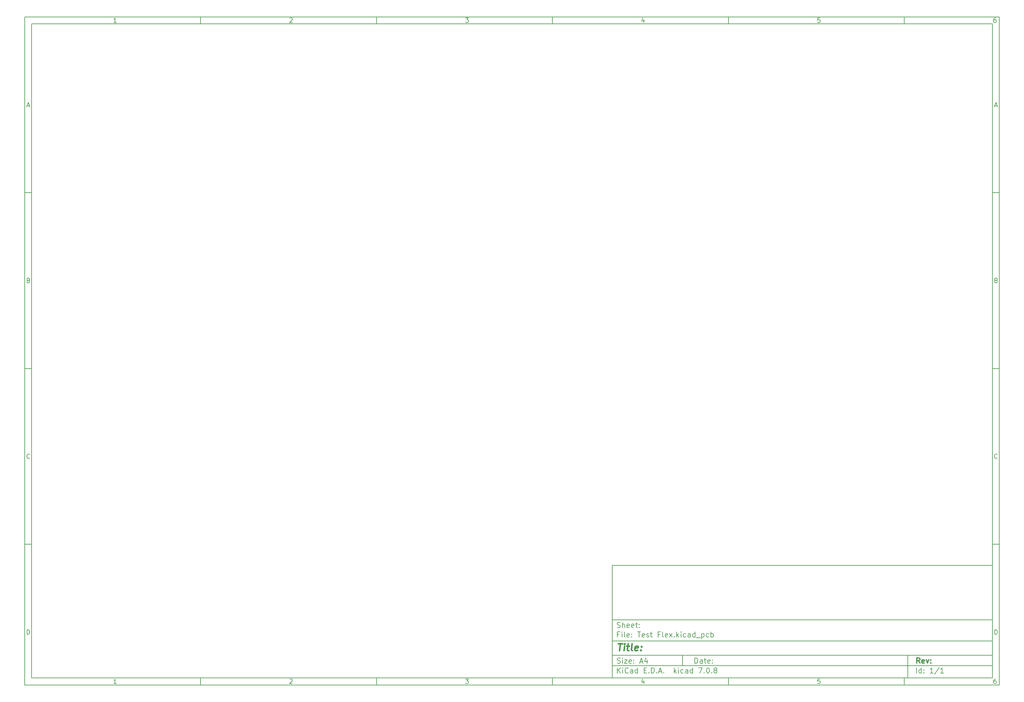
<source format=gbr>
%TF.GenerationSoftware,KiCad,Pcbnew,7.0.8*%
%TF.CreationDate,2023-11-08T15:44:53-05:00*%
%TF.ProjectId,Test Flex,54657374-2046-46c6-9578-2e6b69636164,rev?*%
%TF.SameCoordinates,Original*%
%TF.FileFunction,Paste,Bot*%
%TF.FilePolarity,Positive*%
%FSLAX46Y46*%
G04 Gerber Fmt 4.6, Leading zero omitted, Abs format (unit mm)*
G04 Created by KiCad (PCBNEW 7.0.8) date 2023-11-08 15:44:53*
%MOMM*%
%LPD*%
G01*
G04 APERTURE LIST*
%ADD10C,0.100000*%
%ADD11C,0.150000*%
%ADD12C,0.300000*%
%ADD13C,0.400000*%
G04 APERTURE END LIST*
D10*
D11*
X177002200Y-166007200D02*
X285002200Y-166007200D01*
X285002200Y-198007200D01*
X177002200Y-198007200D01*
X177002200Y-166007200D01*
D10*
D11*
X10000000Y-10000000D02*
X287002200Y-10000000D01*
X287002200Y-200007200D01*
X10000000Y-200007200D01*
X10000000Y-10000000D01*
D10*
D11*
X12000000Y-12000000D02*
X285002200Y-12000000D01*
X285002200Y-198007200D01*
X12000000Y-198007200D01*
X12000000Y-12000000D01*
D10*
D11*
X60000000Y-12000000D02*
X60000000Y-10000000D01*
D10*
D11*
X110000000Y-12000000D02*
X110000000Y-10000000D01*
D10*
D11*
X160000000Y-12000000D02*
X160000000Y-10000000D01*
D10*
D11*
X210000000Y-12000000D02*
X210000000Y-10000000D01*
D10*
D11*
X260000000Y-12000000D02*
X260000000Y-10000000D01*
D10*
D11*
X36089160Y-11593604D02*
X35346303Y-11593604D01*
X35717731Y-11593604D02*
X35717731Y-10293604D01*
X35717731Y-10293604D02*
X35593922Y-10479319D01*
X35593922Y-10479319D02*
X35470112Y-10603128D01*
X35470112Y-10603128D02*
X35346303Y-10665033D01*
D10*
D11*
X85346303Y-10417414D02*
X85408207Y-10355509D01*
X85408207Y-10355509D02*
X85532017Y-10293604D01*
X85532017Y-10293604D02*
X85841541Y-10293604D01*
X85841541Y-10293604D02*
X85965350Y-10355509D01*
X85965350Y-10355509D02*
X86027255Y-10417414D01*
X86027255Y-10417414D02*
X86089160Y-10541223D01*
X86089160Y-10541223D02*
X86089160Y-10665033D01*
X86089160Y-10665033D02*
X86027255Y-10850747D01*
X86027255Y-10850747D02*
X85284398Y-11593604D01*
X85284398Y-11593604D02*
X86089160Y-11593604D01*
D10*
D11*
X135284398Y-10293604D02*
X136089160Y-10293604D01*
X136089160Y-10293604D02*
X135655826Y-10788842D01*
X135655826Y-10788842D02*
X135841541Y-10788842D01*
X135841541Y-10788842D02*
X135965350Y-10850747D01*
X135965350Y-10850747D02*
X136027255Y-10912652D01*
X136027255Y-10912652D02*
X136089160Y-11036461D01*
X136089160Y-11036461D02*
X136089160Y-11345985D01*
X136089160Y-11345985D02*
X136027255Y-11469795D01*
X136027255Y-11469795D02*
X135965350Y-11531700D01*
X135965350Y-11531700D02*
X135841541Y-11593604D01*
X135841541Y-11593604D02*
X135470112Y-11593604D01*
X135470112Y-11593604D02*
X135346303Y-11531700D01*
X135346303Y-11531700D02*
X135284398Y-11469795D01*
D10*
D11*
X185965350Y-10726938D02*
X185965350Y-11593604D01*
X185655826Y-10231700D02*
X185346303Y-11160271D01*
X185346303Y-11160271D02*
X186151064Y-11160271D01*
D10*
D11*
X236027255Y-10293604D02*
X235408207Y-10293604D01*
X235408207Y-10293604D02*
X235346303Y-10912652D01*
X235346303Y-10912652D02*
X235408207Y-10850747D01*
X235408207Y-10850747D02*
X235532017Y-10788842D01*
X235532017Y-10788842D02*
X235841541Y-10788842D01*
X235841541Y-10788842D02*
X235965350Y-10850747D01*
X235965350Y-10850747D02*
X236027255Y-10912652D01*
X236027255Y-10912652D02*
X236089160Y-11036461D01*
X236089160Y-11036461D02*
X236089160Y-11345985D01*
X236089160Y-11345985D02*
X236027255Y-11469795D01*
X236027255Y-11469795D02*
X235965350Y-11531700D01*
X235965350Y-11531700D02*
X235841541Y-11593604D01*
X235841541Y-11593604D02*
X235532017Y-11593604D01*
X235532017Y-11593604D02*
X235408207Y-11531700D01*
X235408207Y-11531700D02*
X235346303Y-11469795D01*
D10*
D11*
X285965350Y-10293604D02*
X285717731Y-10293604D01*
X285717731Y-10293604D02*
X285593922Y-10355509D01*
X285593922Y-10355509D02*
X285532017Y-10417414D01*
X285532017Y-10417414D02*
X285408207Y-10603128D01*
X285408207Y-10603128D02*
X285346303Y-10850747D01*
X285346303Y-10850747D02*
X285346303Y-11345985D01*
X285346303Y-11345985D02*
X285408207Y-11469795D01*
X285408207Y-11469795D02*
X285470112Y-11531700D01*
X285470112Y-11531700D02*
X285593922Y-11593604D01*
X285593922Y-11593604D02*
X285841541Y-11593604D01*
X285841541Y-11593604D02*
X285965350Y-11531700D01*
X285965350Y-11531700D02*
X286027255Y-11469795D01*
X286027255Y-11469795D02*
X286089160Y-11345985D01*
X286089160Y-11345985D02*
X286089160Y-11036461D01*
X286089160Y-11036461D02*
X286027255Y-10912652D01*
X286027255Y-10912652D02*
X285965350Y-10850747D01*
X285965350Y-10850747D02*
X285841541Y-10788842D01*
X285841541Y-10788842D02*
X285593922Y-10788842D01*
X285593922Y-10788842D02*
X285470112Y-10850747D01*
X285470112Y-10850747D02*
X285408207Y-10912652D01*
X285408207Y-10912652D02*
X285346303Y-11036461D01*
D10*
D11*
X60000000Y-198007200D02*
X60000000Y-200007200D01*
D10*
D11*
X110000000Y-198007200D02*
X110000000Y-200007200D01*
D10*
D11*
X160000000Y-198007200D02*
X160000000Y-200007200D01*
D10*
D11*
X210000000Y-198007200D02*
X210000000Y-200007200D01*
D10*
D11*
X260000000Y-198007200D02*
X260000000Y-200007200D01*
D10*
D11*
X36089160Y-199600804D02*
X35346303Y-199600804D01*
X35717731Y-199600804D02*
X35717731Y-198300804D01*
X35717731Y-198300804D02*
X35593922Y-198486519D01*
X35593922Y-198486519D02*
X35470112Y-198610328D01*
X35470112Y-198610328D02*
X35346303Y-198672233D01*
D10*
D11*
X85346303Y-198424614D02*
X85408207Y-198362709D01*
X85408207Y-198362709D02*
X85532017Y-198300804D01*
X85532017Y-198300804D02*
X85841541Y-198300804D01*
X85841541Y-198300804D02*
X85965350Y-198362709D01*
X85965350Y-198362709D02*
X86027255Y-198424614D01*
X86027255Y-198424614D02*
X86089160Y-198548423D01*
X86089160Y-198548423D02*
X86089160Y-198672233D01*
X86089160Y-198672233D02*
X86027255Y-198857947D01*
X86027255Y-198857947D02*
X85284398Y-199600804D01*
X85284398Y-199600804D02*
X86089160Y-199600804D01*
D10*
D11*
X135284398Y-198300804D02*
X136089160Y-198300804D01*
X136089160Y-198300804D02*
X135655826Y-198796042D01*
X135655826Y-198796042D02*
X135841541Y-198796042D01*
X135841541Y-198796042D02*
X135965350Y-198857947D01*
X135965350Y-198857947D02*
X136027255Y-198919852D01*
X136027255Y-198919852D02*
X136089160Y-199043661D01*
X136089160Y-199043661D02*
X136089160Y-199353185D01*
X136089160Y-199353185D02*
X136027255Y-199476995D01*
X136027255Y-199476995D02*
X135965350Y-199538900D01*
X135965350Y-199538900D02*
X135841541Y-199600804D01*
X135841541Y-199600804D02*
X135470112Y-199600804D01*
X135470112Y-199600804D02*
X135346303Y-199538900D01*
X135346303Y-199538900D02*
X135284398Y-199476995D01*
D10*
D11*
X185965350Y-198734138D02*
X185965350Y-199600804D01*
X185655826Y-198238900D02*
X185346303Y-199167471D01*
X185346303Y-199167471D02*
X186151064Y-199167471D01*
D10*
D11*
X236027255Y-198300804D02*
X235408207Y-198300804D01*
X235408207Y-198300804D02*
X235346303Y-198919852D01*
X235346303Y-198919852D02*
X235408207Y-198857947D01*
X235408207Y-198857947D02*
X235532017Y-198796042D01*
X235532017Y-198796042D02*
X235841541Y-198796042D01*
X235841541Y-198796042D02*
X235965350Y-198857947D01*
X235965350Y-198857947D02*
X236027255Y-198919852D01*
X236027255Y-198919852D02*
X236089160Y-199043661D01*
X236089160Y-199043661D02*
X236089160Y-199353185D01*
X236089160Y-199353185D02*
X236027255Y-199476995D01*
X236027255Y-199476995D02*
X235965350Y-199538900D01*
X235965350Y-199538900D02*
X235841541Y-199600804D01*
X235841541Y-199600804D02*
X235532017Y-199600804D01*
X235532017Y-199600804D02*
X235408207Y-199538900D01*
X235408207Y-199538900D02*
X235346303Y-199476995D01*
D10*
D11*
X285965350Y-198300804D02*
X285717731Y-198300804D01*
X285717731Y-198300804D02*
X285593922Y-198362709D01*
X285593922Y-198362709D02*
X285532017Y-198424614D01*
X285532017Y-198424614D02*
X285408207Y-198610328D01*
X285408207Y-198610328D02*
X285346303Y-198857947D01*
X285346303Y-198857947D02*
X285346303Y-199353185D01*
X285346303Y-199353185D02*
X285408207Y-199476995D01*
X285408207Y-199476995D02*
X285470112Y-199538900D01*
X285470112Y-199538900D02*
X285593922Y-199600804D01*
X285593922Y-199600804D02*
X285841541Y-199600804D01*
X285841541Y-199600804D02*
X285965350Y-199538900D01*
X285965350Y-199538900D02*
X286027255Y-199476995D01*
X286027255Y-199476995D02*
X286089160Y-199353185D01*
X286089160Y-199353185D02*
X286089160Y-199043661D01*
X286089160Y-199043661D02*
X286027255Y-198919852D01*
X286027255Y-198919852D02*
X285965350Y-198857947D01*
X285965350Y-198857947D02*
X285841541Y-198796042D01*
X285841541Y-198796042D02*
X285593922Y-198796042D01*
X285593922Y-198796042D02*
X285470112Y-198857947D01*
X285470112Y-198857947D02*
X285408207Y-198919852D01*
X285408207Y-198919852D02*
X285346303Y-199043661D01*
D10*
D11*
X10000000Y-60000000D02*
X12000000Y-60000000D01*
D10*
D11*
X10000000Y-110000000D02*
X12000000Y-110000000D01*
D10*
D11*
X10000000Y-160000000D02*
X12000000Y-160000000D01*
D10*
D11*
X10690476Y-35222176D02*
X11309523Y-35222176D01*
X10566666Y-35593604D02*
X10999999Y-34293604D01*
X10999999Y-34293604D02*
X11433333Y-35593604D01*
D10*
D11*
X11092857Y-84912652D02*
X11278571Y-84974557D01*
X11278571Y-84974557D02*
X11340476Y-85036461D01*
X11340476Y-85036461D02*
X11402380Y-85160271D01*
X11402380Y-85160271D02*
X11402380Y-85345985D01*
X11402380Y-85345985D02*
X11340476Y-85469795D01*
X11340476Y-85469795D02*
X11278571Y-85531700D01*
X11278571Y-85531700D02*
X11154761Y-85593604D01*
X11154761Y-85593604D02*
X10659523Y-85593604D01*
X10659523Y-85593604D02*
X10659523Y-84293604D01*
X10659523Y-84293604D02*
X11092857Y-84293604D01*
X11092857Y-84293604D02*
X11216666Y-84355509D01*
X11216666Y-84355509D02*
X11278571Y-84417414D01*
X11278571Y-84417414D02*
X11340476Y-84541223D01*
X11340476Y-84541223D02*
X11340476Y-84665033D01*
X11340476Y-84665033D02*
X11278571Y-84788842D01*
X11278571Y-84788842D02*
X11216666Y-84850747D01*
X11216666Y-84850747D02*
X11092857Y-84912652D01*
X11092857Y-84912652D02*
X10659523Y-84912652D01*
D10*
D11*
X11402380Y-135469795D02*
X11340476Y-135531700D01*
X11340476Y-135531700D02*
X11154761Y-135593604D01*
X11154761Y-135593604D02*
X11030952Y-135593604D01*
X11030952Y-135593604D02*
X10845238Y-135531700D01*
X10845238Y-135531700D02*
X10721428Y-135407890D01*
X10721428Y-135407890D02*
X10659523Y-135284080D01*
X10659523Y-135284080D02*
X10597619Y-135036461D01*
X10597619Y-135036461D02*
X10597619Y-134850747D01*
X10597619Y-134850747D02*
X10659523Y-134603128D01*
X10659523Y-134603128D02*
X10721428Y-134479319D01*
X10721428Y-134479319D02*
X10845238Y-134355509D01*
X10845238Y-134355509D02*
X11030952Y-134293604D01*
X11030952Y-134293604D02*
X11154761Y-134293604D01*
X11154761Y-134293604D02*
X11340476Y-134355509D01*
X11340476Y-134355509D02*
X11402380Y-134417414D01*
D10*
D11*
X10659523Y-185593604D02*
X10659523Y-184293604D01*
X10659523Y-184293604D02*
X10969047Y-184293604D01*
X10969047Y-184293604D02*
X11154761Y-184355509D01*
X11154761Y-184355509D02*
X11278571Y-184479319D01*
X11278571Y-184479319D02*
X11340476Y-184603128D01*
X11340476Y-184603128D02*
X11402380Y-184850747D01*
X11402380Y-184850747D02*
X11402380Y-185036461D01*
X11402380Y-185036461D02*
X11340476Y-185284080D01*
X11340476Y-185284080D02*
X11278571Y-185407890D01*
X11278571Y-185407890D02*
X11154761Y-185531700D01*
X11154761Y-185531700D02*
X10969047Y-185593604D01*
X10969047Y-185593604D02*
X10659523Y-185593604D01*
D10*
D11*
X287002200Y-60000000D02*
X285002200Y-60000000D01*
D10*
D11*
X287002200Y-110000000D02*
X285002200Y-110000000D01*
D10*
D11*
X287002200Y-160000000D02*
X285002200Y-160000000D01*
D10*
D11*
X285692676Y-35222176D02*
X286311723Y-35222176D01*
X285568866Y-35593604D02*
X286002199Y-34293604D01*
X286002199Y-34293604D02*
X286435533Y-35593604D01*
D10*
D11*
X286095057Y-84912652D02*
X286280771Y-84974557D01*
X286280771Y-84974557D02*
X286342676Y-85036461D01*
X286342676Y-85036461D02*
X286404580Y-85160271D01*
X286404580Y-85160271D02*
X286404580Y-85345985D01*
X286404580Y-85345985D02*
X286342676Y-85469795D01*
X286342676Y-85469795D02*
X286280771Y-85531700D01*
X286280771Y-85531700D02*
X286156961Y-85593604D01*
X286156961Y-85593604D02*
X285661723Y-85593604D01*
X285661723Y-85593604D02*
X285661723Y-84293604D01*
X285661723Y-84293604D02*
X286095057Y-84293604D01*
X286095057Y-84293604D02*
X286218866Y-84355509D01*
X286218866Y-84355509D02*
X286280771Y-84417414D01*
X286280771Y-84417414D02*
X286342676Y-84541223D01*
X286342676Y-84541223D02*
X286342676Y-84665033D01*
X286342676Y-84665033D02*
X286280771Y-84788842D01*
X286280771Y-84788842D02*
X286218866Y-84850747D01*
X286218866Y-84850747D02*
X286095057Y-84912652D01*
X286095057Y-84912652D02*
X285661723Y-84912652D01*
D10*
D11*
X286404580Y-135469795D02*
X286342676Y-135531700D01*
X286342676Y-135531700D02*
X286156961Y-135593604D01*
X286156961Y-135593604D02*
X286033152Y-135593604D01*
X286033152Y-135593604D02*
X285847438Y-135531700D01*
X285847438Y-135531700D02*
X285723628Y-135407890D01*
X285723628Y-135407890D02*
X285661723Y-135284080D01*
X285661723Y-135284080D02*
X285599819Y-135036461D01*
X285599819Y-135036461D02*
X285599819Y-134850747D01*
X285599819Y-134850747D02*
X285661723Y-134603128D01*
X285661723Y-134603128D02*
X285723628Y-134479319D01*
X285723628Y-134479319D02*
X285847438Y-134355509D01*
X285847438Y-134355509D02*
X286033152Y-134293604D01*
X286033152Y-134293604D02*
X286156961Y-134293604D01*
X286156961Y-134293604D02*
X286342676Y-134355509D01*
X286342676Y-134355509D02*
X286404580Y-134417414D01*
D10*
D11*
X285661723Y-185593604D02*
X285661723Y-184293604D01*
X285661723Y-184293604D02*
X285971247Y-184293604D01*
X285971247Y-184293604D02*
X286156961Y-184355509D01*
X286156961Y-184355509D02*
X286280771Y-184479319D01*
X286280771Y-184479319D02*
X286342676Y-184603128D01*
X286342676Y-184603128D02*
X286404580Y-184850747D01*
X286404580Y-184850747D02*
X286404580Y-185036461D01*
X286404580Y-185036461D02*
X286342676Y-185284080D01*
X286342676Y-185284080D02*
X286280771Y-185407890D01*
X286280771Y-185407890D02*
X286156961Y-185531700D01*
X286156961Y-185531700D02*
X285971247Y-185593604D01*
X285971247Y-185593604D02*
X285661723Y-185593604D01*
D10*
D11*
X200458026Y-193793328D02*
X200458026Y-192293328D01*
X200458026Y-192293328D02*
X200815169Y-192293328D01*
X200815169Y-192293328D02*
X201029455Y-192364757D01*
X201029455Y-192364757D02*
X201172312Y-192507614D01*
X201172312Y-192507614D02*
X201243741Y-192650471D01*
X201243741Y-192650471D02*
X201315169Y-192936185D01*
X201315169Y-192936185D02*
X201315169Y-193150471D01*
X201315169Y-193150471D02*
X201243741Y-193436185D01*
X201243741Y-193436185D02*
X201172312Y-193579042D01*
X201172312Y-193579042D02*
X201029455Y-193721900D01*
X201029455Y-193721900D02*
X200815169Y-193793328D01*
X200815169Y-193793328D02*
X200458026Y-193793328D01*
X202600884Y-193793328D02*
X202600884Y-193007614D01*
X202600884Y-193007614D02*
X202529455Y-192864757D01*
X202529455Y-192864757D02*
X202386598Y-192793328D01*
X202386598Y-192793328D02*
X202100884Y-192793328D01*
X202100884Y-192793328D02*
X201958026Y-192864757D01*
X202600884Y-193721900D02*
X202458026Y-193793328D01*
X202458026Y-193793328D02*
X202100884Y-193793328D01*
X202100884Y-193793328D02*
X201958026Y-193721900D01*
X201958026Y-193721900D02*
X201886598Y-193579042D01*
X201886598Y-193579042D02*
X201886598Y-193436185D01*
X201886598Y-193436185D02*
X201958026Y-193293328D01*
X201958026Y-193293328D02*
X202100884Y-193221900D01*
X202100884Y-193221900D02*
X202458026Y-193221900D01*
X202458026Y-193221900D02*
X202600884Y-193150471D01*
X203100884Y-192793328D02*
X203672312Y-192793328D01*
X203315169Y-192293328D02*
X203315169Y-193579042D01*
X203315169Y-193579042D02*
X203386598Y-193721900D01*
X203386598Y-193721900D02*
X203529455Y-193793328D01*
X203529455Y-193793328D02*
X203672312Y-193793328D01*
X204743741Y-193721900D02*
X204600884Y-193793328D01*
X204600884Y-193793328D02*
X204315170Y-193793328D01*
X204315170Y-193793328D02*
X204172312Y-193721900D01*
X204172312Y-193721900D02*
X204100884Y-193579042D01*
X204100884Y-193579042D02*
X204100884Y-193007614D01*
X204100884Y-193007614D02*
X204172312Y-192864757D01*
X204172312Y-192864757D02*
X204315170Y-192793328D01*
X204315170Y-192793328D02*
X204600884Y-192793328D01*
X204600884Y-192793328D02*
X204743741Y-192864757D01*
X204743741Y-192864757D02*
X204815170Y-193007614D01*
X204815170Y-193007614D02*
X204815170Y-193150471D01*
X204815170Y-193150471D02*
X204100884Y-193293328D01*
X205458026Y-193650471D02*
X205529455Y-193721900D01*
X205529455Y-193721900D02*
X205458026Y-193793328D01*
X205458026Y-193793328D02*
X205386598Y-193721900D01*
X205386598Y-193721900D02*
X205458026Y-193650471D01*
X205458026Y-193650471D02*
X205458026Y-193793328D01*
X205458026Y-192864757D02*
X205529455Y-192936185D01*
X205529455Y-192936185D02*
X205458026Y-193007614D01*
X205458026Y-193007614D02*
X205386598Y-192936185D01*
X205386598Y-192936185D02*
X205458026Y-192864757D01*
X205458026Y-192864757D02*
X205458026Y-193007614D01*
D10*
D11*
X177002200Y-194507200D02*
X285002200Y-194507200D01*
D10*
D11*
X178458026Y-196593328D02*
X178458026Y-195093328D01*
X179315169Y-196593328D02*
X178672312Y-195736185D01*
X179315169Y-195093328D02*
X178458026Y-195950471D01*
X179958026Y-196593328D02*
X179958026Y-195593328D01*
X179958026Y-195093328D02*
X179886598Y-195164757D01*
X179886598Y-195164757D02*
X179958026Y-195236185D01*
X179958026Y-195236185D02*
X180029455Y-195164757D01*
X180029455Y-195164757D02*
X179958026Y-195093328D01*
X179958026Y-195093328D02*
X179958026Y-195236185D01*
X181529455Y-196450471D02*
X181458027Y-196521900D01*
X181458027Y-196521900D02*
X181243741Y-196593328D01*
X181243741Y-196593328D02*
X181100884Y-196593328D01*
X181100884Y-196593328D02*
X180886598Y-196521900D01*
X180886598Y-196521900D02*
X180743741Y-196379042D01*
X180743741Y-196379042D02*
X180672312Y-196236185D01*
X180672312Y-196236185D02*
X180600884Y-195950471D01*
X180600884Y-195950471D02*
X180600884Y-195736185D01*
X180600884Y-195736185D02*
X180672312Y-195450471D01*
X180672312Y-195450471D02*
X180743741Y-195307614D01*
X180743741Y-195307614D02*
X180886598Y-195164757D01*
X180886598Y-195164757D02*
X181100884Y-195093328D01*
X181100884Y-195093328D02*
X181243741Y-195093328D01*
X181243741Y-195093328D02*
X181458027Y-195164757D01*
X181458027Y-195164757D02*
X181529455Y-195236185D01*
X182815170Y-196593328D02*
X182815170Y-195807614D01*
X182815170Y-195807614D02*
X182743741Y-195664757D01*
X182743741Y-195664757D02*
X182600884Y-195593328D01*
X182600884Y-195593328D02*
X182315170Y-195593328D01*
X182315170Y-195593328D02*
X182172312Y-195664757D01*
X182815170Y-196521900D02*
X182672312Y-196593328D01*
X182672312Y-196593328D02*
X182315170Y-196593328D01*
X182315170Y-196593328D02*
X182172312Y-196521900D01*
X182172312Y-196521900D02*
X182100884Y-196379042D01*
X182100884Y-196379042D02*
X182100884Y-196236185D01*
X182100884Y-196236185D02*
X182172312Y-196093328D01*
X182172312Y-196093328D02*
X182315170Y-196021900D01*
X182315170Y-196021900D02*
X182672312Y-196021900D01*
X182672312Y-196021900D02*
X182815170Y-195950471D01*
X184172313Y-196593328D02*
X184172313Y-195093328D01*
X184172313Y-196521900D02*
X184029455Y-196593328D01*
X184029455Y-196593328D02*
X183743741Y-196593328D01*
X183743741Y-196593328D02*
X183600884Y-196521900D01*
X183600884Y-196521900D02*
X183529455Y-196450471D01*
X183529455Y-196450471D02*
X183458027Y-196307614D01*
X183458027Y-196307614D02*
X183458027Y-195879042D01*
X183458027Y-195879042D02*
X183529455Y-195736185D01*
X183529455Y-195736185D02*
X183600884Y-195664757D01*
X183600884Y-195664757D02*
X183743741Y-195593328D01*
X183743741Y-195593328D02*
X184029455Y-195593328D01*
X184029455Y-195593328D02*
X184172313Y-195664757D01*
X186029455Y-195807614D02*
X186529455Y-195807614D01*
X186743741Y-196593328D02*
X186029455Y-196593328D01*
X186029455Y-196593328D02*
X186029455Y-195093328D01*
X186029455Y-195093328D02*
X186743741Y-195093328D01*
X187386598Y-196450471D02*
X187458027Y-196521900D01*
X187458027Y-196521900D02*
X187386598Y-196593328D01*
X187386598Y-196593328D02*
X187315170Y-196521900D01*
X187315170Y-196521900D02*
X187386598Y-196450471D01*
X187386598Y-196450471D02*
X187386598Y-196593328D01*
X188100884Y-196593328D02*
X188100884Y-195093328D01*
X188100884Y-195093328D02*
X188458027Y-195093328D01*
X188458027Y-195093328D02*
X188672313Y-195164757D01*
X188672313Y-195164757D02*
X188815170Y-195307614D01*
X188815170Y-195307614D02*
X188886599Y-195450471D01*
X188886599Y-195450471D02*
X188958027Y-195736185D01*
X188958027Y-195736185D02*
X188958027Y-195950471D01*
X188958027Y-195950471D02*
X188886599Y-196236185D01*
X188886599Y-196236185D02*
X188815170Y-196379042D01*
X188815170Y-196379042D02*
X188672313Y-196521900D01*
X188672313Y-196521900D02*
X188458027Y-196593328D01*
X188458027Y-196593328D02*
X188100884Y-196593328D01*
X189600884Y-196450471D02*
X189672313Y-196521900D01*
X189672313Y-196521900D02*
X189600884Y-196593328D01*
X189600884Y-196593328D02*
X189529456Y-196521900D01*
X189529456Y-196521900D02*
X189600884Y-196450471D01*
X189600884Y-196450471D02*
X189600884Y-196593328D01*
X190243742Y-196164757D02*
X190958028Y-196164757D01*
X190100885Y-196593328D02*
X190600885Y-195093328D01*
X190600885Y-195093328D02*
X191100885Y-196593328D01*
X191600884Y-196450471D02*
X191672313Y-196521900D01*
X191672313Y-196521900D02*
X191600884Y-196593328D01*
X191600884Y-196593328D02*
X191529456Y-196521900D01*
X191529456Y-196521900D02*
X191600884Y-196450471D01*
X191600884Y-196450471D02*
X191600884Y-196593328D01*
X194600884Y-196593328D02*
X194600884Y-195093328D01*
X194743742Y-196021900D02*
X195172313Y-196593328D01*
X195172313Y-195593328D02*
X194600884Y-196164757D01*
X195815170Y-196593328D02*
X195815170Y-195593328D01*
X195815170Y-195093328D02*
X195743742Y-195164757D01*
X195743742Y-195164757D02*
X195815170Y-195236185D01*
X195815170Y-195236185D02*
X195886599Y-195164757D01*
X195886599Y-195164757D02*
X195815170Y-195093328D01*
X195815170Y-195093328D02*
X195815170Y-195236185D01*
X197172314Y-196521900D02*
X197029456Y-196593328D01*
X197029456Y-196593328D02*
X196743742Y-196593328D01*
X196743742Y-196593328D02*
X196600885Y-196521900D01*
X196600885Y-196521900D02*
X196529456Y-196450471D01*
X196529456Y-196450471D02*
X196458028Y-196307614D01*
X196458028Y-196307614D02*
X196458028Y-195879042D01*
X196458028Y-195879042D02*
X196529456Y-195736185D01*
X196529456Y-195736185D02*
X196600885Y-195664757D01*
X196600885Y-195664757D02*
X196743742Y-195593328D01*
X196743742Y-195593328D02*
X197029456Y-195593328D01*
X197029456Y-195593328D02*
X197172314Y-195664757D01*
X198458028Y-196593328D02*
X198458028Y-195807614D01*
X198458028Y-195807614D02*
X198386599Y-195664757D01*
X198386599Y-195664757D02*
X198243742Y-195593328D01*
X198243742Y-195593328D02*
X197958028Y-195593328D01*
X197958028Y-195593328D02*
X197815170Y-195664757D01*
X198458028Y-196521900D02*
X198315170Y-196593328D01*
X198315170Y-196593328D02*
X197958028Y-196593328D01*
X197958028Y-196593328D02*
X197815170Y-196521900D01*
X197815170Y-196521900D02*
X197743742Y-196379042D01*
X197743742Y-196379042D02*
X197743742Y-196236185D01*
X197743742Y-196236185D02*
X197815170Y-196093328D01*
X197815170Y-196093328D02*
X197958028Y-196021900D01*
X197958028Y-196021900D02*
X198315170Y-196021900D01*
X198315170Y-196021900D02*
X198458028Y-195950471D01*
X199815171Y-196593328D02*
X199815171Y-195093328D01*
X199815171Y-196521900D02*
X199672313Y-196593328D01*
X199672313Y-196593328D02*
X199386599Y-196593328D01*
X199386599Y-196593328D02*
X199243742Y-196521900D01*
X199243742Y-196521900D02*
X199172313Y-196450471D01*
X199172313Y-196450471D02*
X199100885Y-196307614D01*
X199100885Y-196307614D02*
X199100885Y-195879042D01*
X199100885Y-195879042D02*
X199172313Y-195736185D01*
X199172313Y-195736185D02*
X199243742Y-195664757D01*
X199243742Y-195664757D02*
X199386599Y-195593328D01*
X199386599Y-195593328D02*
X199672313Y-195593328D01*
X199672313Y-195593328D02*
X199815171Y-195664757D01*
X201529456Y-195093328D02*
X202529456Y-195093328D01*
X202529456Y-195093328D02*
X201886599Y-196593328D01*
X203100884Y-196450471D02*
X203172313Y-196521900D01*
X203172313Y-196521900D02*
X203100884Y-196593328D01*
X203100884Y-196593328D02*
X203029456Y-196521900D01*
X203029456Y-196521900D02*
X203100884Y-196450471D01*
X203100884Y-196450471D02*
X203100884Y-196593328D01*
X204100885Y-195093328D02*
X204243742Y-195093328D01*
X204243742Y-195093328D02*
X204386599Y-195164757D01*
X204386599Y-195164757D02*
X204458028Y-195236185D01*
X204458028Y-195236185D02*
X204529456Y-195379042D01*
X204529456Y-195379042D02*
X204600885Y-195664757D01*
X204600885Y-195664757D02*
X204600885Y-196021900D01*
X204600885Y-196021900D02*
X204529456Y-196307614D01*
X204529456Y-196307614D02*
X204458028Y-196450471D01*
X204458028Y-196450471D02*
X204386599Y-196521900D01*
X204386599Y-196521900D02*
X204243742Y-196593328D01*
X204243742Y-196593328D02*
X204100885Y-196593328D01*
X204100885Y-196593328D02*
X203958028Y-196521900D01*
X203958028Y-196521900D02*
X203886599Y-196450471D01*
X203886599Y-196450471D02*
X203815170Y-196307614D01*
X203815170Y-196307614D02*
X203743742Y-196021900D01*
X203743742Y-196021900D02*
X203743742Y-195664757D01*
X203743742Y-195664757D02*
X203815170Y-195379042D01*
X203815170Y-195379042D02*
X203886599Y-195236185D01*
X203886599Y-195236185D02*
X203958028Y-195164757D01*
X203958028Y-195164757D02*
X204100885Y-195093328D01*
X205243741Y-196450471D02*
X205315170Y-196521900D01*
X205315170Y-196521900D02*
X205243741Y-196593328D01*
X205243741Y-196593328D02*
X205172313Y-196521900D01*
X205172313Y-196521900D02*
X205243741Y-196450471D01*
X205243741Y-196450471D02*
X205243741Y-196593328D01*
X206172313Y-195736185D02*
X206029456Y-195664757D01*
X206029456Y-195664757D02*
X205958027Y-195593328D01*
X205958027Y-195593328D02*
X205886599Y-195450471D01*
X205886599Y-195450471D02*
X205886599Y-195379042D01*
X205886599Y-195379042D02*
X205958027Y-195236185D01*
X205958027Y-195236185D02*
X206029456Y-195164757D01*
X206029456Y-195164757D02*
X206172313Y-195093328D01*
X206172313Y-195093328D02*
X206458027Y-195093328D01*
X206458027Y-195093328D02*
X206600885Y-195164757D01*
X206600885Y-195164757D02*
X206672313Y-195236185D01*
X206672313Y-195236185D02*
X206743742Y-195379042D01*
X206743742Y-195379042D02*
X206743742Y-195450471D01*
X206743742Y-195450471D02*
X206672313Y-195593328D01*
X206672313Y-195593328D02*
X206600885Y-195664757D01*
X206600885Y-195664757D02*
X206458027Y-195736185D01*
X206458027Y-195736185D02*
X206172313Y-195736185D01*
X206172313Y-195736185D02*
X206029456Y-195807614D01*
X206029456Y-195807614D02*
X205958027Y-195879042D01*
X205958027Y-195879042D02*
X205886599Y-196021900D01*
X205886599Y-196021900D02*
X205886599Y-196307614D01*
X205886599Y-196307614D02*
X205958027Y-196450471D01*
X205958027Y-196450471D02*
X206029456Y-196521900D01*
X206029456Y-196521900D02*
X206172313Y-196593328D01*
X206172313Y-196593328D02*
X206458027Y-196593328D01*
X206458027Y-196593328D02*
X206600885Y-196521900D01*
X206600885Y-196521900D02*
X206672313Y-196450471D01*
X206672313Y-196450471D02*
X206743742Y-196307614D01*
X206743742Y-196307614D02*
X206743742Y-196021900D01*
X206743742Y-196021900D02*
X206672313Y-195879042D01*
X206672313Y-195879042D02*
X206600885Y-195807614D01*
X206600885Y-195807614D02*
X206458027Y-195736185D01*
D10*
D11*
X177002200Y-191507200D02*
X285002200Y-191507200D01*
D10*
D12*
X264413853Y-193785528D02*
X263913853Y-193071242D01*
X263556710Y-193785528D02*
X263556710Y-192285528D01*
X263556710Y-192285528D02*
X264128139Y-192285528D01*
X264128139Y-192285528D02*
X264270996Y-192356957D01*
X264270996Y-192356957D02*
X264342425Y-192428385D01*
X264342425Y-192428385D02*
X264413853Y-192571242D01*
X264413853Y-192571242D02*
X264413853Y-192785528D01*
X264413853Y-192785528D02*
X264342425Y-192928385D01*
X264342425Y-192928385D02*
X264270996Y-192999814D01*
X264270996Y-192999814D02*
X264128139Y-193071242D01*
X264128139Y-193071242D02*
X263556710Y-193071242D01*
X265628139Y-193714100D02*
X265485282Y-193785528D01*
X265485282Y-193785528D02*
X265199568Y-193785528D01*
X265199568Y-193785528D02*
X265056710Y-193714100D01*
X265056710Y-193714100D02*
X264985282Y-193571242D01*
X264985282Y-193571242D02*
X264985282Y-192999814D01*
X264985282Y-192999814D02*
X265056710Y-192856957D01*
X265056710Y-192856957D02*
X265199568Y-192785528D01*
X265199568Y-192785528D02*
X265485282Y-192785528D01*
X265485282Y-192785528D02*
X265628139Y-192856957D01*
X265628139Y-192856957D02*
X265699568Y-192999814D01*
X265699568Y-192999814D02*
X265699568Y-193142671D01*
X265699568Y-193142671D02*
X264985282Y-193285528D01*
X266199567Y-192785528D02*
X266556710Y-193785528D01*
X266556710Y-193785528D02*
X266913853Y-192785528D01*
X267485281Y-193642671D02*
X267556710Y-193714100D01*
X267556710Y-193714100D02*
X267485281Y-193785528D01*
X267485281Y-193785528D02*
X267413853Y-193714100D01*
X267413853Y-193714100D02*
X267485281Y-193642671D01*
X267485281Y-193642671D02*
X267485281Y-193785528D01*
X267485281Y-192856957D02*
X267556710Y-192928385D01*
X267556710Y-192928385D02*
X267485281Y-192999814D01*
X267485281Y-192999814D02*
X267413853Y-192928385D01*
X267413853Y-192928385D02*
X267485281Y-192856957D01*
X267485281Y-192856957D02*
X267485281Y-192999814D01*
D10*
D11*
X178386598Y-193721900D02*
X178600884Y-193793328D01*
X178600884Y-193793328D02*
X178958026Y-193793328D01*
X178958026Y-193793328D02*
X179100884Y-193721900D01*
X179100884Y-193721900D02*
X179172312Y-193650471D01*
X179172312Y-193650471D02*
X179243741Y-193507614D01*
X179243741Y-193507614D02*
X179243741Y-193364757D01*
X179243741Y-193364757D02*
X179172312Y-193221900D01*
X179172312Y-193221900D02*
X179100884Y-193150471D01*
X179100884Y-193150471D02*
X178958026Y-193079042D01*
X178958026Y-193079042D02*
X178672312Y-193007614D01*
X178672312Y-193007614D02*
X178529455Y-192936185D01*
X178529455Y-192936185D02*
X178458026Y-192864757D01*
X178458026Y-192864757D02*
X178386598Y-192721900D01*
X178386598Y-192721900D02*
X178386598Y-192579042D01*
X178386598Y-192579042D02*
X178458026Y-192436185D01*
X178458026Y-192436185D02*
X178529455Y-192364757D01*
X178529455Y-192364757D02*
X178672312Y-192293328D01*
X178672312Y-192293328D02*
X179029455Y-192293328D01*
X179029455Y-192293328D02*
X179243741Y-192364757D01*
X179886597Y-193793328D02*
X179886597Y-192793328D01*
X179886597Y-192293328D02*
X179815169Y-192364757D01*
X179815169Y-192364757D02*
X179886597Y-192436185D01*
X179886597Y-192436185D02*
X179958026Y-192364757D01*
X179958026Y-192364757D02*
X179886597Y-192293328D01*
X179886597Y-192293328D02*
X179886597Y-192436185D01*
X180458026Y-192793328D02*
X181243741Y-192793328D01*
X181243741Y-192793328D02*
X180458026Y-193793328D01*
X180458026Y-193793328D02*
X181243741Y-193793328D01*
X182386598Y-193721900D02*
X182243741Y-193793328D01*
X182243741Y-193793328D02*
X181958027Y-193793328D01*
X181958027Y-193793328D02*
X181815169Y-193721900D01*
X181815169Y-193721900D02*
X181743741Y-193579042D01*
X181743741Y-193579042D02*
X181743741Y-193007614D01*
X181743741Y-193007614D02*
X181815169Y-192864757D01*
X181815169Y-192864757D02*
X181958027Y-192793328D01*
X181958027Y-192793328D02*
X182243741Y-192793328D01*
X182243741Y-192793328D02*
X182386598Y-192864757D01*
X182386598Y-192864757D02*
X182458027Y-193007614D01*
X182458027Y-193007614D02*
X182458027Y-193150471D01*
X182458027Y-193150471D02*
X181743741Y-193293328D01*
X183100883Y-193650471D02*
X183172312Y-193721900D01*
X183172312Y-193721900D02*
X183100883Y-193793328D01*
X183100883Y-193793328D02*
X183029455Y-193721900D01*
X183029455Y-193721900D02*
X183100883Y-193650471D01*
X183100883Y-193650471D02*
X183100883Y-193793328D01*
X183100883Y-192864757D02*
X183172312Y-192936185D01*
X183172312Y-192936185D02*
X183100883Y-193007614D01*
X183100883Y-193007614D02*
X183029455Y-192936185D01*
X183029455Y-192936185D02*
X183100883Y-192864757D01*
X183100883Y-192864757D02*
X183100883Y-193007614D01*
X184886598Y-193364757D02*
X185600884Y-193364757D01*
X184743741Y-193793328D02*
X185243741Y-192293328D01*
X185243741Y-192293328D02*
X185743741Y-193793328D01*
X186886598Y-192793328D02*
X186886598Y-193793328D01*
X186529455Y-192221900D02*
X186172312Y-193293328D01*
X186172312Y-193293328D02*
X187100883Y-193293328D01*
D10*
D11*
X263458026Y-196593328D02*
X263458026Y-195093328D01*
X264815170Y-196593328D02*
X264815170Y-195093328D01*
X264815170Y-196521900D02*
X264672312Y-196593328D01*
X264672312Y-196593328D02*
X264386598Y-196593328D01*
X264386598Y-196593328D02*
X264243741Y-196521900D01*
X264243741Y-196521900D02*
X264172312Y-196450471D01*
X264172312Y-196450471D02*
X264100884Y-196307614D01*
X264100884Y-196307614D02*
X264100884Y-195879042D01*
X264100884Y-195879042D02*
X264172312Y-195736185D01*
X264172312Y-195736185D02*
X264243741Y-195664757D01*
X264243741Y-195664757D02*
X264386598Y-195593328D01*
X264386598Y-195593328D02*
X264672312Y-195593328D01*
X264672312Y-195593328D02*
X264815170Y-195664757D01*
X265529455Y-196450471D02*
X265600884Y-196521900D01*
X265600884Y-196521900D02*
X265529455Y-196593328D01*
X265529455Y-196593328D02*
X265458027Y-196521900D01*
X265458027Y-196521900D02*
X265529455Y-196450471D01*
X265529455Y-196450471D02*
X265529455Y-196593328D01*
X265529455Y-195664757D02*
X265600884Y-195736185D01*
X265600884Y-195736185D02*
X265529455Y-195807614D01*
X265529455Y-195807614D02*
X265458027Y-195736185D01*
X265458027Y-195736185D02*
X265529455Y-195664757D01*
X265529455Y-195664757D02*
X265529455Y-195807614D01*
X268172313Y-196593328D02*
X267315170Y-196593328D01*
X267743741Y-196593328D02*
X267743741Y-195093328D01*
X267743741Y-195093328D02*
X267600884Y-195307614D01*
X267600884Y-195307614D02*
X267458027Y-195450471D01*
X267458027Y-195450471D02*
X267315170Y-195521900D01*
X269886598Y-195021900D02*
X268600884Y-196950471D01*
X271172313Y-196593328D02*
X270315170Y-196593328D01*
X270743741Y-196593328D02*
X270743741Y-195093328D01*
X270743741Y-195093328D02*
X270600884Y-195307614D01*
X270600884Y-195307614D02*
X270458027Y-195450471D01*
X270458027Y-195450471D02*
X270315170Y-195521900D01*
D10*
D11*
X177002200Y-187507200D02*
X285002200Y-187507200D01*
D10*
D13*
X178693928Y-188211638D02*
X179836785Y-188211638D01*
X179015357Y-190211638D02*
X179265357Y-188211638D01*
X180253452Y-190211638D02*
X180420119Y-188878304D01*
X180503452Y-188211638D02*
X180396309Y-188306876D01*
X180396309Y-188306876D02*
X180479643Y-188402114D01*
X180479643Y-188402114D02*
X180586786Y-188306876D01*
X180586786Y-188306876D02*
X180503452Y-188211638D01*
X180503452Y-188211638D02*
X180479643Y-188402114D01*
X181086786Y-188878304D02*
X181848690Y-188878304D01*
X181455833Y-188211638D02*
X181241548Y-189925923D01*
X181241548Y-189925923D02*
X181312976Y-190116400D01*
X181312976Y-190116400D02*
X181491548Y-190211638D01*
X181491548Y-190211638D02*
X181682024Y-190211638D01*
X182634405Y-190211638D02*
X182455833Y-190116400D01*
X182455833Y-190116400D02*
X182384405Y-189925923D01*
X182384405Y-189925923D02*
X182598690Y-188211638D01*
X184170119Y-190116400D02*
X183967738Y-190211638D01*
X183967738Y-190211638D02*
X183586785Y-190211638D01*
X183586785Y-190211638D02*
X183408214Y-190116400D01*
X183408214Y-190116400D02*
X183336785Y-189925923D01*
X183336785Y-189925923D02*
X183432024Y-189164019D01*
X183432024Y-189164019D02*
X183551071Y-188973542D01*
X183551071Y-188973542D02*
X183753452Y-188878304D01*
X183753452Y-188878304D02*
X184134404Y-188878304D01*
X184134404Y-188878304D02*
X184312976Y-188973542D01*
X184312976Y-188973542D02*
X184384404Y-189164019D01*
X184384404Y-189164019D02*
X184360595Y-189354495D01*
X184360595Y-189354495D02*
X183384404Y-189544971D01*
X185134405Y-190021161D02*
X185217738Y-190116400D01*
X185217738Y-190116400D02*
X185110595Y-190211638D01*
X185110595Y-190211638D02*
X185027262Y-190116400D01*
X185027262Y-190116400D02*
X185134405Y-190021161D01*
X185134405Y-190021161D02*
X185110595Y-190211638D01*
X185265357Y-188973542D02*
X185348690Y-189068780D01*
X185348690Y-189068780D02*
X185241548Y-189164019D01*
X185241548Y-189164019D02*
X185158214Y-189068780D01*
X185158214Y-189068780D02*
X185265357Y-188973542D01*
X185265357Y-188973542D02*
X185241548Y-189164019D01*
D10*
D11*
X178958026Y-185607614D02*
X178458026Y-185607614D01*
X178458026Y-186393328D02*
X178458026Y-184893328D01*
X178458026Y-184893328D02*
X179172312Y-184893328D01*
X179743740Y-186393328D02*
X179743740Y-185393328D01*
X179743740Y-184893328D02*
X179672312Y-184964757D01*
X179672312Y-184964757D02*
X179743740Y-185036185D01*
X179743740Y-185036185D02*
X179815169Y-184964757D01*
X179815169Y-184964757D02*
X179743740Y-184893328D01*
X179743740Y-184893328D02*
X179743740Y-185036185D01*
X180672312Y-186393328D02*
X180529455Y-186321900D01*
X180529455Y-186321900D02*
X180458026Y-186179042D01*
X180458026Y-186179042D02*
X180458026Y-184893328D01*
X181815169Y-186321900D02*
X181672312Y-186393328D01*
X181672312Y-186393328D02*
X181386598Y-186393328D01*
X181386598Y-186393328D02*
X181243740Y-186321900D01*
X181243740Y-186321900D02*
X181172312Y-186179042D01*
X181172312Y-186179042D02*
X181172312Y-185607614D01*
X181172312Y-185607614D02*
X181243740Y-185464757D01*
X181243740Y-185464757D02*
X181386598Y-185393328D01*
X181386598Y-185393328D02*
X181672312Y-185393328D01*
X181672312Y-185393328D02*
X181815169Y-185464757D01*
X181815169Y-185464757D02*
X181886598Y-185607614D01*
X181886598Y-185607614D02*
X181886598Y-185750471D01*
X181886598Y-185750471D02*
X181172312Y-185893328D01*
X182529454Y-186250471D02*
X182600883Y-186321900D01*
X182600883Y-186321900D02*
X182529454Y-186393328D01*
X182529454Y-186393328D02*
X182458026Y-186321900D01*
X182458026Y-186321900D02*
X182529454Y-186250471D01*
X182529454Y-186250471D02*
X182529454Y-186393328D01*
X182529454Y-185464757D02*
X182600883Y-185536185D01*
X182600883Y-185536185D02*
X182529454Y-185607614D01*
X182529454Y-185607614D02*
X182458026Y-185536185D01*
X182458026Y-185536185D02*
X182529454Y-185464757D01*
X182529454Y-185464757D02*
X182529454Y-185607614D01*
X184172312Y-184893328D02*
X185029455Y-184893328D01*
X184600883Y-186393328D02*
X184600883Y-184893328D01*
X186100883Y-186321900D02*
X185958026Y-186393328D01*
X185958026Y-186393328D02*
X185672312Y-186393328D01*
X185672312Y-186393328D02*
X185529454Y-186321900D01*
X185529454Y-186321900D02*
X185458026Y-186179042D01*
X185458026Y-186179042D02*
X185458026Y-185607614D01*
X185458026Y-185607614D02*
X185529454Y-185464757D01*
X185529454Y-185464757D02*
X185672312Y-185393328D01*
X185672312Y-185393328D02*
X185958026Y-185393328D01*
X185958026Y-185393328D02*
X186100883Y-185464757D01*
X186100883Y-185464757D02*
X186172312Y-185607614D01*
X186172312Y-185607614D02*
X186172312Y-185750471D01*
X186172312Y-185750471D02*
X185458026Y-185893328D01*
X186743740Y-186321900D02*
X186886597Y-186393328D01*
X186886597Y-186393328D02*
X187172311Y-186393328D01*
X187172311Y-186393328D02*
X187315168Y-186321900D01*
X187315168Y-186321900D02*
X187386597Y-186179042D01*
X187386597Y-186179042D02*
X187386597Y-186107614D01*
X187386597Y-186107614D02*
X187315168Y-185964757D01*
X187315168Y-185964757D02*
X187172311Y-185893328D01*
X187172311Y-185893328D02*
X186958026Y-185893328D01*
X186958026Y-185893328D02*
X186815168Y-185821900D01*
X186815168Y-185821900D02*
X186743740Y-185679042D01*
X186743740Y-185679042D02*
X186743740Y-185607614D01*
X186743740Y-185607614D02*
X186815168Y-185464757D01*
X186815168Y-185464757D02*
X186958026Y-185393328D01*
X186958026Y-185393328D02*
X187172311Y-185393328D01*
X187172311Y-185393328D02*
X187315168Y-185464757D01*
X187815169Y-185393328D02*
X188386597Y-185393328D01*
X188029454Y-184893328D02*
X188029454Y-186179042D01*
X188029454Y-186179042D02*
X188100883Y-186321900D01*
X188100883Y-186321900D02*
X188243740Y-186393328D01*
X188243740Y-186393328D02*
X188386597Y-186393328D01*
X190529454Y-185607614D02*
X190029454Y-185607614D01*
X190029454Y-186393328D02*
X190029454Y-184893328D01*
X190029454Y-184893328D02*
X190743740Y-184893328D01*
X191529454Y-186393328D02*
X191386597Y-186321900D01*
X191386597Y-186321900D02*
X191315168Y-186179042D01*
X191315168Y-186179042D02*
X191315168Y-184893328D01*
X192672311Y-186321900D02*
X192529454Y-186393328D01*
X192529454Y-186393328D02*
X192243740Y-186393328D01*
X192243740Y-186393328D02*
X192100882Y-186321900D01*
X192100882Y-186321900D02*
X192029454Y-186179042D01*
X192029454Y-186179042D02*
X192029454Y-185607614D01*
X192029454Y-185607614D02*
X192100882Y-185464757D01*
X192100882Y-185464757D02*
X192243740Y-185393328D01*
X192243740Y-185393328D02*
X192529454Y-185393328D01*
X192529454Y-185393328D02*
X192672311Y-185464757D01*
X192672311Y-185464757D02*
X192743740Y-185607614D01*
X192743740Y-185607614D02*
X192743740Y-185750471D01*
X192743740Y-185750471D02*
X192029454Y-185893328D01*
X193243739Y-186393328D02*
X194029454Y-185393328D01*
X193243739Y-185393328D02*
X194029454Y-186393328D01*
X194600882Y-186250471D02*
X194672311Y-186321900D01*
X194672311Y-186321900D02*
X194600882Y-186393328D01*
X194600882Y-186393328D02*
X194529454Y-186321900D01*
X194529454Y-186321900D02*
X194600882Y-186250471D01*
X194600882Y-186250471D02*
X194600882Y-186393328D01*
X195315168Y-186393328D02*
X195315168Y-184893328D01*
X195458026Y-185821900D02*
X195886597Y-186393328D01*
X195886597Y-185393328D02*
X195315168Y-185964757D01*
X196529454Y-186393328D02*
X196529454Y-185393328D01*
X196529454Y-184893328D02*
X196458026Y-184964757D01*
X196458026Y-184964757D02*
X196529454Y-185036185D01*
X196529454Y-185036185D02*
X196600883Y-184964757D01*
X196600883Y-184964757D02*
X196529454Y-184893328D01*
X196529454Y-184893328D02*
X196529454Y-185036185D01*
X197886598Y-186321900D02*
X197743740Y-186393328D01*
X197743740Y-186393328D02*
X197458026Y-186393328D01*
X197458026Y-186393328D02*
X197315169Y-186321900D01*
X197315169Y-186321900D02*
X197243740Y-186250471D01*
X197243740Y-186250471D02*
X197172312Y-186107614D01*
X197172312Y-186107614D02*
X197172312Y-185679042D01*
X197172312Y-185679042D02*
X197243740Y-185536185D01*
X197243740Y-185536185D02*
X197315169Y-185464757D01*
X197315169Y-185464757D02*
X197458026Y-185393328D01*
X197458026Y-185393328D02*
X197743740Y-185393328D01*
X197743740Y-185393328D02*
X197886598Y-185464757D01*
X199172312Y-186393328D02*
X199172312Y-185607614D01*
X199172312Y-185607614D02*
X199100883Y-185464757D01*
X199100883Y-185464757D02*
X198958026Y-185393328D01*
X198958026Y-185393328D02*
X198672312Y-185393328D01*
X198672312Y-185393328D02*
X198529454Y-185464757D01*
X199172312Y-186321900D02*
X199029454Y-186393328D01*
X199029454Y-186393328D02*
X198672312Y-186393328D01*
X198672312Y-186393328D02*
X198529454Y-186321900D01*
X198529454Y-186321900D02*
X198458026Y-186179042D01*
X198458026Y-186179042D02*
X198458026Y-186036185D01*
X198458026Y-186036185D02*
X198529454Y-185893328D01*
X198529454Y-185893328D02*
X198672312Y-185821900D01*
X198672312Y-185821900D02*
X199029454Y-185821900D01*
X199029454Y-185821900D02*
X199172312Y-185750471D01*
X200529455Y-186393328D02*
X200529455Y-184893328D01*
X200529455Y-186321900D02*
X200386597Y-186393328D01*
X200386597Y-186393328D02*
X200100883Y-186393328D01*
X200100883Y-186393328D02*
X199958026Y-186321900D01*
X199958026Y-186321900D02*
X199886597Y-186250471D01*
X199886597Y-186250471D02*
X199815169Y-186107614D01*
X199815169Y-186107614D02*
X199815169Y-185679042D01*
X199815169Y-185679042D02*
X199886597Y-185536185D01*
X199886597Y-185536185D02*
X199958026Y-185464757D01*
X199958026Y-185464757D02*
X200100883Y-185393328D01*
X200100883Y-185393328D02*
X200386597Y-185393328D01*
X200386597Y-185393328D02*
X200529455Y-185464757D01*
X200886598Y-186536185D02*
X202029455Y-186536185D01*
X202386597Y-185393328D02*
X202386597Y-186893328D01*
X202386597Y-185464757D02*
X202529455Y-185393328D01*
X202529455Y-185393328D02*
X202815169Y-185393328D01*
X202815169Y-185393328D02*
X202958026Y-185464757D01*
X202958026Y-185464757D02*
X203029455Y-185536185D01*
X203029455Y-185536185D02*
X203100883Y-185679042D01*
X203100883Y-185679042D02*
X203100883Y-186107614D01*
X203100883Y-186107614D02*
X203029455Y-186250471D01*
X203029455Y-186250471D02*
X202958026Y-186321900D01*
X202958026Y-186321900D02*
X202815169Y-186393328D01*
X202815169Y-186393328D02*
X202529455Y-186393328D01*
X202529455Y-186393328D02*
X202386597Y-186321900D01*
X204386598Y-186321900D02*
X204243740Y-186393328D01*
X204243740Y-186393328D02*
X203958026Y-186393328D01*
X203958026Y-186393328D02*
X203815169Y-186321900D01*
X203815169Y-186321900D02*
X203743740Y-186250471D01*
X203743740Y-186250471D02*
X203672312Y-186107614D01*
X203672312Y-186107614D02*
X203672312Y-185679042D01*
X203672312Y-185679042D02*
X203743740Y-185536185D01*
X203743740Y-185536185D02*
X203815169Y-185464757D01*
X203815169Y-185464757D02*
X203958026Y-185393328D01*
X203958026Y-185393328D02*
X204243740Y-185393328D01*
X204243740Y-185393328D02*
X204386598Y-185464757D01*
X205029454Y-186393328D02*
X205029454Y-184893328D01*
X205029454Y-185464757D02*
X205172312Y-185393328D01*
X205172312Y-185393328D02*
X205458026Y-185393328D01*
X205458026Y-185393328D02*
X205600883Y-185464757D01*
X205600883Y-185464757D02*
X205672312Y-185536185D01*
X205672312Y-185536185D02*
X205743740Y-185679042D01*
X205743740Y-185679042D02*
X205743740Y-186107614D01*
X205743740Y-186107614D02*
X205672312Y-186250471D01*
X205672312Y-186250471D02*
X205600883Y-186321900D01*
X205600883Y-186321900D02*
X205458026Y-186393328D01*
X205458026Y-186393328D02*
X205172312Y-186393328D01*
X205172312Y-186393328D02*
X205029454Y-186321900D01*
D10*
D11*
X177002200Y-181507200D02*
X285002200Y-181507200D01*
D10*
D11*
X178386598Y-183621900D02*
X178600884Y-183693328D01*
X178600884Y-183693328D02*
X178958026Y-183693328D01*
X178958026Y-183693328D02*
X179100884Y-183621900D01*
X179100884Y-183621900D02*
X179172312Y-183550471D01*
X179172312Y-183550471D02*
X179243741Y-183407614D01*
X179243741Y-183407614D02*
X179243741Y-183264757D01*
X179243741Y-183264757D02*
X179172312Y-183121900D01*
X179172312Y-183121900D02*
X179100884Y-183050471D01*
X179100884Y-183050471D02*
X178958026Y-182979042D01*
X178958026Y-182979042D02*
X178672312Y-182907614D01*
X178672312Y-182907614D02*
X178529455Y-182836185D01*
X178529455Y-182836185D02*
X178458026Y-182764757D01*
X178458026Y-182764757D02*
X178386598Y-182621900D01*
X178386598Y-182621900D02*
X178386598Y-182479042D01*
X178386598Y-182479042D02*
X178458026Y-182336185D01*
X178458026Y-182336185D02*
X178529455Y-182264757D01*
X178529455Y-182264757D02*
X178672312Y-182193328D01*
X178672312Y-182193328D02*
X179029455Y-182193328D01*
X179029455Y-182193328D02*
X179243741Y-182264757D01*
X179886597Y-183693328D02*
X179886597Y-182193328D01*
X180529455Y-183693328D02*
X180529455Y-182907614D01*
X180529455Y-182907614D02*
X180458026Y-182764757D01*
X180458026Y-182764757D02*
X180315169Y-182693328D01*
X180315169Y-182693328D02*
X180100883Y-182693328D01*
X180100883Y-182693328D02*
X179958026Y-182764757D01*
X179958026Y-182764757D02*
X179886597Y-182836185D01*
X181815169Y-183621900D02*
X181672312Y-183693328D01*
X181672312Y-183693328D02*
X181386598Y-183693328D01*
X181386598Y-183693328D02*
X181243740Y-183621900D01*
X181243740Y-183621900D02*
X181172312Y-183479042D01*
X181172312Y-183479042D02*
X181172312Y-182907614D01*
X181172312Y-182907614D02*
X181243740Y-182764757D01*
X181243740Y-182764757D02*
X181386598Y-182693328D01*
X181386598Y-182693328D02*
X181672312Y-182693328D01*
X181672312Y-182693328D02*
X181815169Y-182764757D01*
X181815169Y-182764757D02*
X181886598Y-182907614D01*
X181886598Y-182907614D02*
X181886598Y-183050471D01*
X181886598Y-183050471D02*
X181172312Y-183193328D01*
X183100883Y-183621900D02*
X182958026Y-183693328D01*
X182958026Y-183693328D02*
X182672312Y-183693328D01*
X182672312Y-183693328D02*
X182529454Y-183621900D01*
X182529454Y-183621900D02*
X182458026Y-183479042D01*
X182458026Y-183479042D02*
X182458026Y-182907614D01*
X182458026Y-182907614D02*
X182529454Y-182764757D01*
X182529454Y-182764757D02*
X182672312Y-182693328D01*
X182672312Y-182693328D02*
X182958026Y-182693328D01*
X182958026Y-182693328D02*
X183100883Y-182764757D01*
X183100883Y-182764757D02*
X183172312Y-182907614D01*
X183172312Y-182907614D02*
X183172312Y-183050471D01*
X183172312Y-183050471D02*
X182458026Y-183193328D01*
X183600883Y-182693328D02*
X184172311Y-182693328D01*
X183815168Y-182193328D02*
X183815168Y-183479042D01*
X183815168Y-183479042D02*
X183886597Y-183621900D01*
X183886597Y-183621900D02*
X184029454Y-183693328D01*
X184029454Y-183693328D02*
X184172311Y-183693328D01*
X184672311Y-183550471D02*
X184743740Y-183621900D01*
X184743740Y-183621900D02*
X184672311Y-183693328D01*
X184672311Y-183693328D02*
X184600883Y-183621900D01*
X184600883Y-183621900D02*
X184672311Y-183550471D01*
X184672311Y-183550471D02*
X184672311Y-183693328D01*
X184672311Y-182764757D02*
X184743740Y-182836185D01*
X184743740Y-182836185D02*
X184672311Y-182907614D01*
X184672311Y-182907614D02*
X184600883Y-182836185D01*
X184600883Y-182836185D02*
X184672311Y-182764757D01*
X184672311Y-182764757D02*
X184672311Y-182907614D01*
D10*
D12*
D10*
D11*
D10*
D11*
D10*
D11*
D10*
D11*
D10*
D11*
X197002200Y-191507200D02*
X197002200Y-194507200D01*
D10*
D11*
X261002200Y-191507200D02*
X261002200Y-198007200D01*
M02*

</source>
